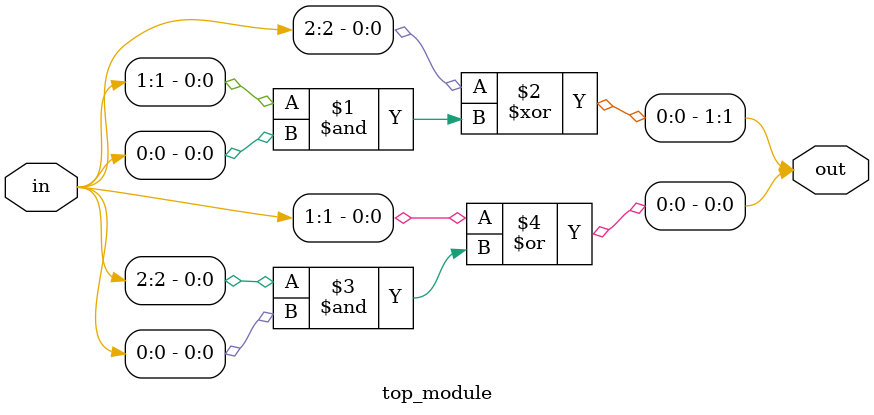
<source format=sv>
module top_module (
    input [2:0] in,
    output [1:0] out
);

    assign out[1] = in[2] ^ (in[1] & in[0]);    // Bitwise XOR of input bit 2 with bitwise AND of input bits 1 and 0
    assign out[0] = in[1] | (in[2] & in[0]);    // Bitwise OR of input bit 1 with bitwise AND of input bits 2 and 0

endmodule

</source>
